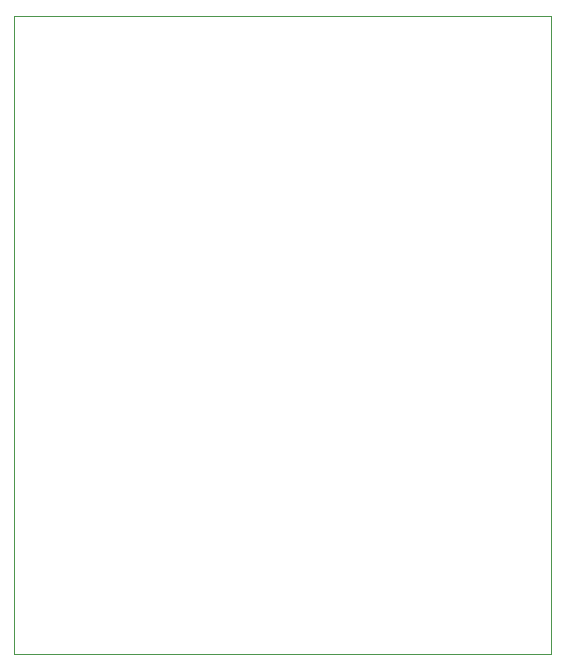
<source format=gbr>
%TF.GenerationSoftware,KiCad,Pcbnew,8.0.1*%
%TF.CreationDate,2024-03-27T17:00:54-03:00*%
%TF.ProjectId,Pond_S6,506f6e64-5f53-4362-9e6b-696361645f70,rev?*%
%TF.SameCoordinates,Original*%
%TF.FileFunction,Profile,NP*%
%FSLAX46Y46*%
G04 Gerber Fmt 4.6, Leading zero omitted, Abs format (unit mm)*
G04 Created by KiCad (PCBNEW 8.0.1) date 2024-03-27 17:00:54*
%MOMM*%
%LPD*%
G01*
G04 APERTURE LIST*
%TA.AperFunction,Profile*%
%ADD10C,0.050000*%
%TD*%
G04 APERTURE END LIST*
D10*
X121000000Y-44000000D02*
X166500000Y-44000000D01*
X166500000Y-98000000D01*
X121000000Y-98000000D01*
X121000000Y-44000000D01*
M02*

</source>
